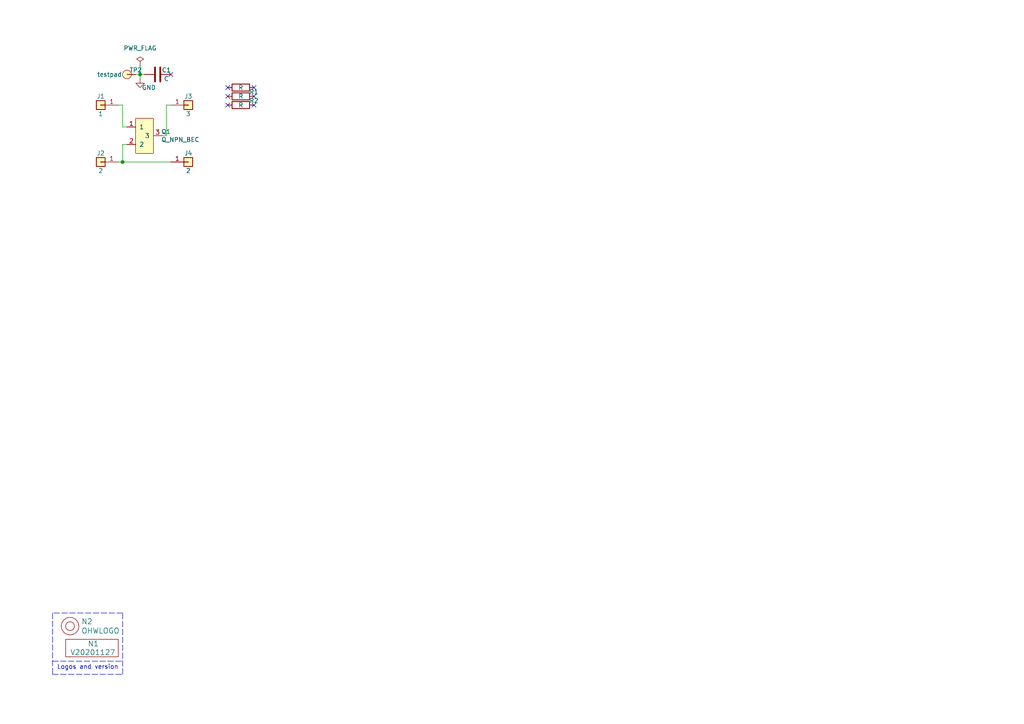
<source format=kicad_sch>
(kicad_sch (version 20230121) (generator eeschema)
  (paper "A4")
  (lib_symbols
    (symbol "Connector_Generic:Conn_01x01" (pin_names (offset 1.016) hide)
      (property "Reference" "J" (at 0 2.54 0))
      (property "Value" "Conn_01x01" (at 0 -2.54 0))
      (symbol "Conn_01x01_1_1"
        (rectangle (start -1.27 0.127) (end 0 -0.127) (stroke (width 0.1524)))
        (rectangle (start -1.27 1.27) (end 1.27 -1.27) (stroke (width 0.254)) (fill (type background)))
        (pin passive line (at -5.08 0 0) (length 3.81) (name "Pin_1") (number "1"))
      )
    )
    (symbol "Device:C" (pin_numbers hide) (pin_names (offset 0.254))
      (property "Reference" "C" (at 0.635 2.54 0))
      (property "Value" "C" (at 0.635 -2.54 0))
      (symbol "C_0_1"
        (polyline (pts (xy -2.032 -0.762) (xy 2.032 -0.762)) (stroke (width 0.508)))
        (polyline (pts (xy -2.032 0.762) (xy 2.032 0.762)) (stroke (width 0.508)))
      )
      (symbol "C_1_1"
        (pin passive line (at 0 3.81 270) (length 2.794) (name "~") (number "1"))
        (pin passive line (at 0 -3.81 90) (length 2.794) (name "~") (number "2"))
      )
    )
    (symbol "Device:R" (pin_numbers hide) (pin_names (offset 0))
      (property "Reference" "R" (at 2.032 0 90))
      (property "Value" "R" (at 0 0 90))
      (symbol "R_0_1"
        (rectangle (start -1.016 -2.54) (end 1.016 2.54) (stroke (width 0.254)))
      )
      (symbol "R_1_1"
        (pin passive line (at 0 3.81 270) (length 1.27) (name "~") (number "1"))
        (pin passive line (at 0 -3.81 90) (length 1.27) (name "~") (number "2"))
      )
    )
    (symbol "SquantorDevice:Generic_3pin_IC" (pin_names (offset 1.016))
      (property "Reference" "U" (at 0 6.35 0))
      (property "Value" "Generic_3pin_IC" (at 0 -6.35 0))
      (symbol "Generic_3pin_IC_0_1"
        (rectangle (start -2.54 5.08) (end 2.54 -5.08) (fill (type background)))
      )
      (symbol "Generic_3pin_IC_1_1"
        (pin passive line (at -5.08 2.54 0) (length 2.54) (name "1") (number "1"))
        (pin passive line (at -5.08 -2.54 0) (length 2.54) (name "2") (number "2"))
        (pin passive line (at 5.08 0 180) (length 2.54) (name "3") (number "3"))
      )
    )
    (symbol "SquantorLabels:OHWLOGO" (pin_names (offset 1.016))
      (property "Reference" "N" (at 0 3.81 0))
      (property "Value" "OHWLOGO" (at 0 -3.81 0))
      (symbol "OHWLOGO_0_1"
        (circle (center 0 0) (radius 1.27))
        (circle (center 0 0) (radius 2.54))
      )
    )
    (symbol "SquantorLabels:VYYYYMMDD" (pin_names (offset 1.016))
      (property "Reference" "N" (at 0 2.54 0))
      (property "Value" "VYYYYMMDD" (at 0 0 0))
      (symbol "VYYYYMMDD_0_1"
        (rectangle (start 7.62 -1.27) (end -7.62 3.81))
      )
    )
    (symbol "SquantorProto:testpad" (pin_numbers hide) (pin_names (offset 1.016) hide)
      (property "Reference" "TP" (at 0 2.54 0))
      (property "Value" "testpad" (at 0 -2.54 0))
      (symbol "testpad_0_1"
        (circle (center 0 0) (radius 1.27) (fill (type background)))
      )
      (symbol "testpad_1_1"
        (pin passive line (at -2.54 0 0) (length 2.54) (name "1") (number "1"))
      )
    )
    (symbol "power:GND" (power) (pin_names (offset 0))
      (property "Value" "GND" (at 0 -3.81 0))
      (symbol "GND_0_1"
        (polyline (pts (xy 0 0) (xy 0 -1.27) (xy 1.27 -1.27) (xy 0 -2.54) (xy -1.27 -1.27) (xy 0 -1.27)))
      )
      (symbol "GND_1_1"
        (pin power_in line (at 0 0 270) (length 0) hide (name "GND") (number "1"))
      )
    )
    (symbol "power:PWR_FLAG" (power) (pin_numbers hide) (pin_names (offset 0) hide)
      (property "Value" "PWR_FLAG" (at 0 3.81 0))
      (symbol "PWR_FLAG_0_0"
        (pin power_out line (at 0 0 90) (length 0) (name "pwr") (number "1"))
      )
      (symbol "PWR_FLAG_0_1"
        (polyline (pts (xy 0 0) (xy 0 1.27) (xy -1.016 1.905) (xy 0 2.54) (xy 1.016 1.905) (xy 0 1.27)))
      )
    )
  )
  (junction (at 35.56 46.99))
  (junction (at 40.64 21.59))
  (no_connect (at 66.04 30.48))
  (no_connect (at 73.66 25.4))
  (no_connect (at 73.66 27.94))
  (no_connect (at 73.66 30.48))
  (no_connect (at 66.04 27.94))
  (no_connect (at 49.53 21.59))
  (no_connect (at 66.04 25.4))
  (wire (pts (xy 48.26 39.37) (xy 46.99 39.37)))
  (wire (pts (xy 35.56 46.99) (xy 49.53 46.99)))
  (polyline (pts (xy 35.56 177.8) (xy 15.24 177.8)) (stroke (width 0) (type dash)))
  (wire (pts (xy 48.26 39.37) (xy 48.26 30.48)))
  (polyline (pts (xy 15.24 195.58) (xy 35.56 195.58)) (stroke (width 0) (type dash)))
  (wire (pts (xy 39.37 21.59) (xy 40.64 21.59)))
  (wire (pts (xy 40.64 21.59) (xy 40.64 22.86)))
  (wire (pts (xy 48.26 30.48) (xy 49.53 30.48)))
  (wire (pts (xy 40.64 21.59) (xy 41.91 21.59)))
  (wire (pts (xy 35.56 41.91) (xy 36.83 41.91)))
  (polyline (pts (xy 35.56 195.58) (xy 35.56 177.8)) (stroke (width 0) (type dash)))
  (wire (pts (xy 35.56 36.83) (xy 36.83 36.83)))
  (wire (pts (xy 34.29 46.99) (xy 35.56 46.99)))
  (polyline (pts (xy 15.24 177.8) (xy 15.24 195.58)) (stroke (width 0) (type dash)))
  (polyline (pts (xy 15.24 191.77) (xy 35.56 191.77)) (stroke (width 0) (type dash)))
  (wire (pts (xy 34.29 30.48) (xy 35.56 30.48)))
  (wire (pts (xy 40.64 19.05) (xy 40.64 21.59)))
  (wire (pts (xy 35.56 30.48) (xy 35.56 36.83)))
  (wire (pts (xy 35.56 41.91) (xy 35.56 46.99)))
  (text "Logos and version" (at 16.51 194.31 0) (effects (font (size 1.27 1.27)) (justify left bottom)))
  (symbol (lib_id "SquantorLabels:VYYYYMMDD") (at 26.67 189.23 0) (unit 1)
    (property "Reference" "N1" (at 25.4 186.69 0) (effects (font (size 1.524 1.524)) (justify left)))
    (property "Value" "V20201127" (at 20.32 189.23 0) (effects (font (size 1.524 1.524)) (justify left)))
    (property "Footprint" "SquantorLabels:Label_Generic" (effects hide))
  )
  (symbol (lib_id "SquantorLabels:OHWLOGO") (at 20.32 181.61 0) (unit 1)
    (property "Reference" "N2" (at 23.5712 180.2638 0) (effects (font (size 1.524 1.524)) (justify left)))
    (property "Value" "OHWLOGO" (at 23.5712 182.9562 0) (effects (font (size 1.524 1.524)) (justify left)))
    (property "Footprint" "Symbol:OSHW-Symbol_6.7x6mm_SilkScreen" (effects hide))
  )
  (symbol (lib_id "Connector_Generic:Conn_01x01") (at 29.21 46.99 180) (unit 1)
    (property "Reference" "J2" (at 29.21 44.45 0))
    (property "Value" "2" (at 29.21 49.53 0))
    (property "Footprint" "mill-max:PC_pin_nail_head_6092" (effects hide))
  )
  (symbol (lib_id "Connector_Generic:Conn_01x01") (at 29.21 30.48 180) (unit 1)
    (property "Reference" "J1" (at 29.21 27.94 0))
    (property "Value" "1" (at 29.21 33.02 0))
    (property "Footprint" "mill-max:PC_pin_nail_head_6092" (effects hide))
  )
  (symbol (lib_id "Connector_Generic:Conn_01x01") (at 54.61 30.48 0) (mirror x) (unit 1)
    (property "Reference" "J3" (at 54.61 27.94 0))
    (property "Value" "3" (at 54.61 33.02 0))
    (property "Footprint" "mill-max:PC_pin_nail_head_6092" (effects hide))
  )
  (symbol (lib_id "Connector_Generic:Conn_01x01") (at 54.61 46.99 0) (mirror x) (unit 1)
    (property "Reference" "J4" (at 54.61 44.45 0))
    (property "Value" "2" (at 54.61 49.53 0))
    (property "Footprint" "mill-max:PC_pin_nail_head_6092" (effects hide))
  )
  (symbol (lib_id "SquantorDevice:Generic_3pin_IC") (at 41.91 39.37 0) (unit 1)
    (property "Reference" "Q1" (at 46.7614 38.2016 0) (effects (justify left)))
    (property "Value" "Q_NPN_BEC" (at 46.7614 40.513 0) (effects (justify left)))
    (property "Footprint" "SquantorIC:SOT23-3" (effects hide))
  )
  (symbol (lib_id "Device:R") (at 69.85 27.94 90) (unit 1)
    (property "Reference" "R2" (at 73.66 29.21 90))
    (property "Value" "R" (at 69.85 27.94 90))
    (property "Footprint" "SquantorResistor:R_0805+0603" (effects hide))
  )
  (symbol (lib_id "SquantorProto:testpad") (at 36.83 21.59 180) (unit 1)
    (property "Reference" "TP2" (at 39.37 20.32 0))
    (property "Value" "testpad" (at 31.75 21.59 0))
    (property "Footprint" "SquantorTestPoints:TestPoint_hole_H05R10_2side" (effects hide))
  )
  (symbol (lib_id "power:GND") (at 40.64 22.86 0) (unit 1)
    (property "Reference" "#PWR01" (effects hide))
    (property "Value" "GND" (at 43.18 25.4 0))
  )
  (symbol (lib_id "Device:R") (at 69.85 30.48 90) (unit 1)
    (property "Reference" "R3" (effects hide))
    (property "Value" "R" (at 69.85 30.48 90))
    (property "Footprint" "SquantorResistor:R_0805+0603" (effects hide))
  )
  (symbol (lib_id "Device:R") (at 69.85 25.4 90) (unit 1)
    (property "Reference" "R1" (at 73.66 26.67 90))
    (property "Value" "R" (at 69.85 25.4 90))
    (property "Footprint" "SquantorResistor:R_0805+0603" (effects hide))
  )
  (symbol (lib_id "power:PWR_FLAG") (at 40.64 19.05 0) (unit 1)
    (property "Reference" "#FLG01" (effects hide))
    (property "Value" "PWR_FLAG" (at 40.64 13.97 0))
  )
  (symbol (lib_id "Device:C") (at 45.72 21.59 90) (unit 1)
    (property "Reference" "C1" (at 48.26 20.32 90))
    (property "Value" "C" (at 48.26 22.86 90))
    (property "Footprint" "SquantorCapacitor:C_0402+0603+0805+TH" (effects hide))
  )
)
</source>
